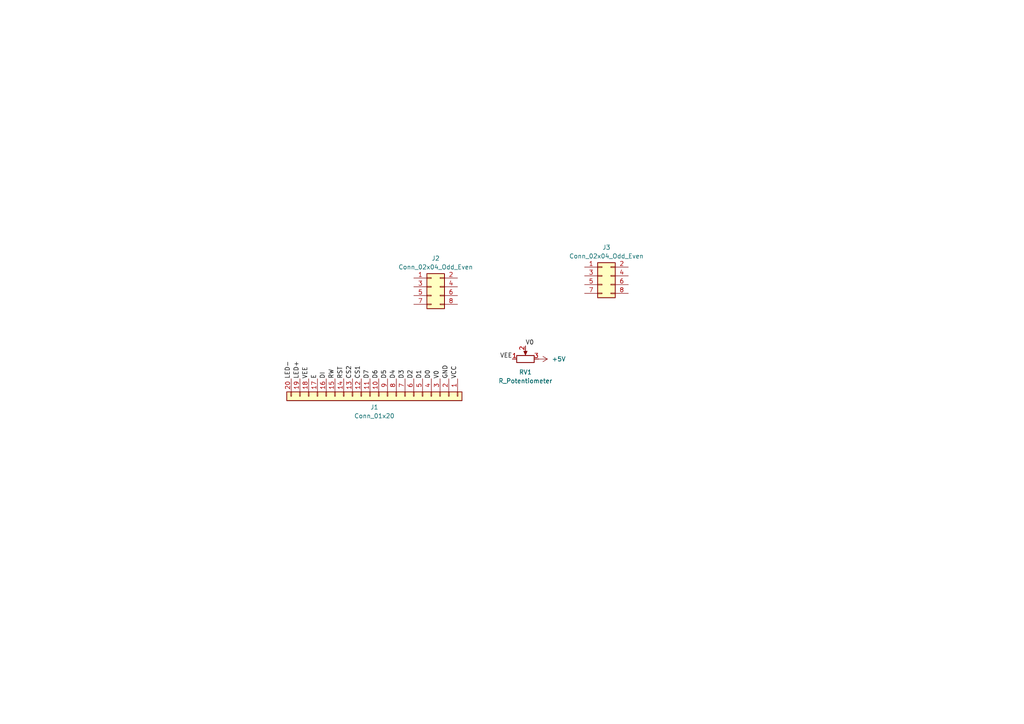
<source format=kicad_sch>
(kicad_sch (version 20230121) (generator eeschema)
  (paper "A4")
  (lib_symbols
    (symbol "Connector_Generic:Conn_01x20" (pin_names (offset 1.016) hide)
      (property "Reference" "J" (at 0 25.4 0))
      (property "Value" "Conn_01x20" (at 0 -27.94 0))
      (symbol "Conn_01x20_1_1"
        (rectangle (start -1.27 -25.273) (end 0 -25.527) (stroke (width 0.1524)))
        (rectangle (start -1.27 -22.733) (end 0 -22.987) (stroke (width 0.1524)))
        (rectangle (start -1.27 -20.193) (end 0 -20.447) (stroke (width 0.1524)))
        (rectangle (start -1.27 -17.653) (end 0 -17.907) (stroke (width 0.1524)))
        (rectangle (start -1.27 -15.113) (end 0 -15.367) (stroke (width 0.1524)))
        (rectangle (start -1.27 -12.573) (end 0 -12.827) (stroke (width 0.1524)))
        (rectangle (start -1.27 -10.033) (end 0 -10.287) (stroke (width 0.1524)))
        (rectangle (start -1.27 -7.493) (end 0 -7.747) (stroke (width 0.1524)))
        (rectangle (start -1.27 -4.953) (end 0 -5.207) (stroke (width 0.1524)))
        (rectangle (start -1.27 -2.413) (end 0 -2.667) (stroke (width 0.1524)))
        (rectangle (start -1.27 0.127) (end 0 -0.127) (stroke (width 0.1524)))
        (rectangle (start -1.27 2.667) (end 0 2.413) (stroke (width 0.1524)))
        (rectangle (start -1.27 5.207) (end 0 4.953) (stroke (width 0.1524)))
        (rectangle (start -1.27 7.747) (end 0 7.493) (stroke (width 0.1524)))
        (rectangle (start -1.27 10.287) (end 0 10.033) (stroke (width 0.1524)))
        (rectangle (start -1.27 12.827) (end 0 12.573) (stroke (width 0.1524)))
        (rectangle (start -1.27 15.367) (end 0 15.113) (stroke (width 0.1524)))
        (rectangle (start -1.27 17.907) (end 0 17.653) (stroke (width 0.1524)))
        (rectangle (start -1.27 20.447) (end 0 20.193) (stroke (width 0.1524)))
        (rectangle (start -1.27 22.987) (end 0 22.733) (stroke (width 0.1524)))
        (rectangle (start -1.27 24.13) (end 1.27 -26.67) (stroke (width 0.254)) (fill (type background)))
        (pin passive line (at -5.08 22.86 0) (length 3.81) (name "Pin_1") (number "1"))
        (pin passive line (at -5.08 0 0) (length 3.81) (name "Pin_10") (number "10"))
        (pin passive line (at -5.08 -2.54 0) (length 3.81) (name "Pin_11") (number "11"))
        (pin passive line (at -5.08 -5.08 0) (length 3.81) (name "Pin_12") (number "12"))
        (pin passive line (at -5.08 -7.62 0) (length 3.81) (name "Pin_13") (number "13"))
        (pin passive line (at -5.08 -10.16 0) (length 3.81) (name "Pin_14") (number "14"))
        (pin passive line (at -5.08 -12.7 0) (length 3.81) (name "Pin_15") (number "15"))
        (pin passive line (at -5.08 -15.24 0) (length 3.81) (name "Pin_16") (number "16"))
        (pin passive line (at -5.08 -17.78 0) (length 3.81) (name "Pin_17") (number "17"))
        (pin passive line (at -5.08 -20.32 0) (length 3.81) (name "Pin_18") (number "18"))
        (pin passive line (at -5.08 -22.86 0) (length 3.81) (name "Pin_19") (number "19"))
        (pin passive line (at -5.08 20.32 0) (length 3.81) (name "Pin_2") (number "2"))
        (pin passive line (at -5.08 -25.4 0) (length 3.81) (name "Pin_20") (number "20"))
        (pin passive line (at -5.08 17.78 0) (length 3.81) (name "Pin_3") (number "3"))
        (pin passive line (at -5.08 15.24 0) (length 3.81) (name "Pin_4") (number "4"))
        (pin passive line (at -5.08 12.7 0) (length 3.81) (name "Pin_5") (number "5"))
        (pin passive line (at -5.08 10.16 0) (length 3.81) (name "Pin_6") (number "6"))
        (pin passive line (at -5.08 7.62 0) (length 3.81) (name "Pin_7") (number "7"))
        (pin passive line (at -5.08 5.08 0) (length 3.81) (name "Pin_8") (number "8"))
        (pin passive line (at -5.08 2.54 0) (length 3.81) (name "Pin_9") (number "9"))
      )
    )
    (symbol "Connector_Generic:Conn_02x04_Odd_Even" (pin_names (offset 1.016) hide)
      (property "Reference" "J" (at 1.27 5.08 0))
      (property "Value" "Conn_02x04_Odd_Even" (at 1.27 -7.62 0))
      (symbol "Conn_02x04_Odd_Even_1_1"
        (rectangle (start -1.27 -4.953) (end 0 -5.207) (stroke (width 0.1524)))
        (rectangle (start -1.27 -2.413) (end 0 -2.667) (stroke (width 0.1524)))
        (rectangle (start -1.27 0.127) (end 0 -0.127) (stroke (width 0.1524)))
        (rectangle (start -1.27 2.667) (end 0 2.413) (stroke (width 0.1524)))
        (rectangle (start -1.27 3.81) (end 3.81 -6.35) (stroke (width 0.254)) (fill (type background)))
        (rectangle (start 3.81 -4.953) (end 2.54 -5.207) (stroke (width 0.1524)))
        (rectangle (start 3.81 -2.413) (end 2.54 -2.667) (stroke (width 0.1524)))
        (rectangle (start 3.81 0.127) (end 2.54 -0.127) (stroke (width 0.1524)))
        (rectangle (start 3.81 2.667) (end 2.54 2.413) (stroke (width 0.1524)))
        (pin passive line (at -5.08 2.54 0) (length 3.81) (name "Pin_1") (number "1"))
        (pin passive line (at 7.62 2.54 180) (length 3.81) (name "Pin_2") (number "2"))
        (pin passive line (at -5.08 0 0) (length 3.81) (name "Pin_3") (number "3"))
        (pin passive line (at 7.62 0 180) (length 3.81) (name "Pin_4") (number "4"))
        (pin passive line (at -5.08 -2.54 0) (length 3.81) (name "Pin_5") (number "5"))
        (pin passive line (at 7.62 -2.54 180) (length 3.81) (name "Pin_6") (number "6"))
        (pin passive line (at -5.08 -5.08 0) (length 3.81) (name "Pin_7") (number "7"))
        (pin passive line (at 7.62 -5.08 180) (length 3.81) (name "Pin_8") (number "8"))
      )
    )
    (symbol "Device:R_Potentiometer" (pin_names (offset 1.016) hide)
      (property "Reference" "RV" (at -4.445 0 90))
      (property "Value" "R_Potentiometer" (at -2.54 0 90))
      (symbol "R_Potentiometer_0_1"
        (polyline (pts (xy 2.54 0) (xy 1.524 0)))
        (polyline (pts (xy 1.143 0) (xy 2.286 0.508) (xy 2.286 -0.508) (xy 1.143 0)) (fill (type outline)))
        (rectangle (start 1.016 2.54) (end -1.016 -2.54) (stroke (width 0.254)))
      )
      (symbol "R_Potentiometer_1_1"
        (pin passive line (at 0 3.81 270) (length 1.27) (name "1") (number "1"))
        (pin passive line (at 3.81 0 180) (length 1.27) (name "2") (number "2"))
        (pin passive line (at 0 -3.81 90) (length 1.27) (name "3") (number "3"))
      )
    )
    (symbol "power:+5V" (power) (pin_names (offset 0))
      (property "Value" "+5V" (at 0 3.556 0))
      (symbol "+5V_0_1"
        (polyline (pts (xy -0.762 1.27) (xy 0 2.54)))
        (polyline (pts (xy 0 0) (xy 0 2.54)))
        (polyline (pts (xy 0 2.54) (xy 0.762 1.27)))
      )
      (symbol "+5V_1_1"
        (pin power_in line (at 0 0 90) (length 0) hide (name "+5V") (number "1"))
      )
    )
  )
  (label "D6" (at 109.855 109.855 90))
  (label "D2" (at 120.015 109.855 90))
  (label "GND" (at 130.175 109.855 90))
  (label "D4" (at 114.935 109.855 90))
  (label "V0" (at 127.635 109.855 90))
  (label "D1" (at 122.555 109.855 90))
  (label "D7" (at 107.315 109.855 90))
  (label "DI" (at 94.615 109.855 90))
  (label "D3" (at 117.475 109.855 90))
  (label "E" (at 92.075 109.855 90))
  (label "CS2" (at 102.235 109.855 90))
  (label "D0" (at 125.095 109.855 90))
  (label "RW" (at 97.155 109.855 90))
  (label "VEE" (at 89.535 109.855 90))
  (label "D5" (at 112.395 109.855 90))
  (label "VEE" (at 148.59 104.14 180))
  (label "V0" (at 152.4 100.33 0))
  (label "LED+" (at 86.995 109.855 90))
  (label "CS1" (at 104.775 109.855 90))
  (label "LED-" (at 84.455 109.855 90))
  (label "VCC" (at 132.715 109.855 90))
  (label "RST" (at 99.695 109.855 90))
  (symbol (lib_id "Device:R_Potentiometer") (at 152.4 104.14 90) (unit 1)
    (property "Reference" "RV1" (at 152.4 107.95 90))
    (property "Value" "R_Potentiometer" (at 152.4 110.49 90))
  )
  (symbol (lib_id "Connector_Generic:Conn_02x04_Odd_Even") (at 174.625 80.01 0) (unit 1)
    (property "Reference" "J3" (at 175.895 71.755 0))
    (property "Value" "Conn_02x04_Odd_Even" (at 175.895 74.295 0))
  )
  (symbol (lib_id "power:+5V") (at 156.21 104.14 270) (unit 1)
    (property "Reference" "#PWR01" (effects hide))
    (property "Value" "+5V" (at 160.02 104.14 90) (effects (justify left)))
  )
  (symbol (lib_id "Connector_Generic:Conn_01x20") (at 109.855 114.935 270) (unit 1)
    (property "Reference" "J1" (at 108.585 118.11 90))
    (property "Value" "Conn_01x20" (at 108.585 120.65 90))
  )
  (symbol (lib_id "Connector_Generic:Conn_02x04_Odd_Even") (at 125.095 83.185 0) (unit 1)
    (property "Reference" "J2" (at 126.365 74.93 0))
    (property "Value" "Conn_02x04_Odd_Even" (at 126.365 77.47 0))
  )
)
</source>
